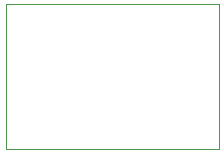
<source format=gbr>
G04 #@! TF.GenerationSoftware,KiCad,Pcbnew,(5.0.2)-1*
G04 #@! TF.CreationDate,2020-01-25T18:04:34+01:00*
G04 #@! TF.ProjectId,4.0,342e302e-6b69-4636-9164-5f7063625858,rev?*
G04 #@! TF.SameCoordinates,Original*
G04 #@! TF.FileFunction,Profile,NP*
%FSLAX46Y46*%
G04 Gerber Fmt 4.6, Leading zero omitted, Abs format (unit mm)*
G04 Created by KiCad (PCBNEW (5.0.2)-1) date 01/25/20 18:04:34*
%MOMM*%
%LPD*%
G01*
G04 APERTURE LIST*
%ADD10C,0.100000*%
G04 APERTURE END LIST*
D10*
X117250000Y-99000000D02*
X135250000Y-99000000D01*
X135250000Y-86750000D02*
X135250000Y-99000000D01*
X117250000Y-86750000D02*
X135250000Y-86750000D01*
X117250000Y-86750000D02*
X117250000Y-99000000D01*
M02*

</source>
